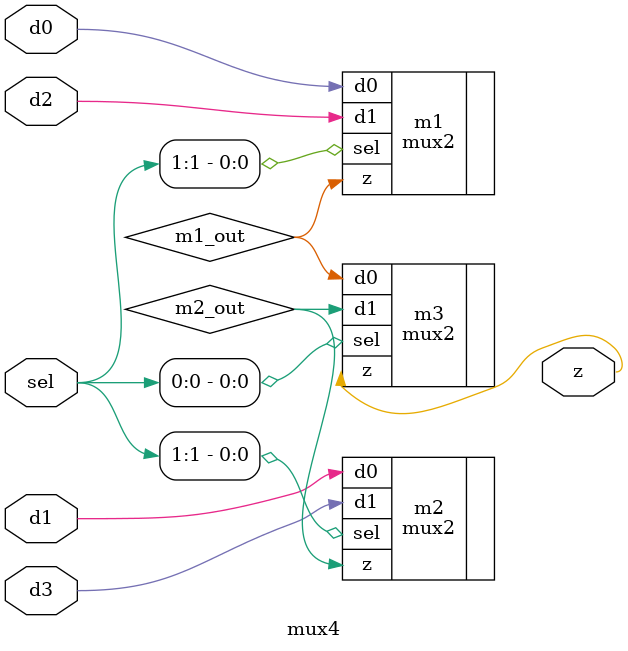
<source format=sv>
module mux4 (
    input logic d0,          // Data input 0
    input logic d1,          // Data input 1
    input logic d2,          // Data input 2
    input logic d3,          // Data input 3
    input logic [1:0] sel,   // Select input
    output logic z           // Output
);

logic m1_out, m2_out;

mux2 m1 (
    .d0(d0),
    .d1(d2),
    .sel(sel[1]),
    .z(m1_out)
);

mux2 m2 (
    .d0(d1),
    .d1(d3),
    .sel(sel[1]),
    .z(m2_out)
);

mux2 m3 (
    .d0(m1_out),
    .d1(m2_out),
    .sel(sel[0]),
    .z(z)
);

endmodule
</source>
